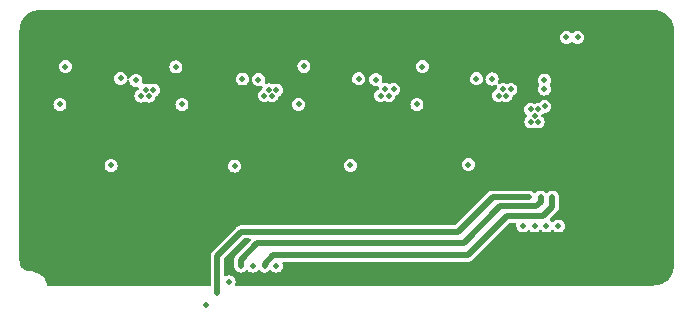
<source format=gbr>
G04 #@! TF.GenerationSoftware,KiCad,Pcbnew,(5.99.0-12889-g70df3822b5)*
G04 #@! TF.CreationDate,2021-11-17T17:44:22+08:00*
G04 #@! TF.ProjectId,PowerSupply,506f7765-7253-4757-9070-6c792e6b6963,rev?*
G04 #@! TF.SameCoordinates,PX5e56640PY77750e0*
G04 #@! TF.FileFunction,Copper,L2,Inr*
G04 #@! TF.FilePolarity,Positive*
%FSLAX46Y46*%
G04 Gerber Fmt 4.6, Leading zero omitted, Abs format (unit mm)*
G04 Created by KiCad (PCBNEW (5.99.0-12889-g70df3822b5)) date 2021-11-17 17:44:22*
%MOMM*%
%LPD*%
G01*
G04 APERTURE LIST*
G04 #@! TA.AperFunction,ViaPad*
%ADD10C,0.500000*%
G04 #@! TD*
G04 #@! TA.AperFunction,Conductor*
%ADD11C,0.500000*%
G04 #@! TD*
G04 APERTURE END LIST*
D10*
G04 #@! TO.N,GND*
X48330000Y24310001D03*
X49430000Y24310000D03*
X48879999Y24310001D03*
X38849999Y24320000D03*
X39400000Y24320000D03*
X29680000Y24300000D03*
X29130000Y24300000D03*
X28580001Y24300000D03*
X11690000Y29590000D03*
X10690000Y29590000D03*
X65390000Y29490000D03*
X64390000Y29490000D03*
X18070000Y24320000D03*
X18619999Y24320000D03*
X19170000Y24320000D03*
X57429999Y14305001D03*
X57970000Y15005000D03*
X56870000Y15005001D03*
X56880000Y14305001D03*
X57980000Y14305000D03*
X57419999Y15005001D03*
X57970000Y13605000D03*
X57419999Y13605001D03*
X56880000Y12905001D03*
X57980000Y12905000D03*
X56870000Y13605001D03*
X57429999Y12905001D03*
X58680000Y12905001D03*
X59219999Y13605001D03*
X59770000Y13605000D03*
X59780000Y12905000D03*
X58670000Y13605001D03*
X59229999Y12905001D03*
X59219999Y15005001D03*
X59780000Y14305000D03*
X59229999Y14305001D03*
X58670000Y15005001D03*
X59770000Y15005000D03*
X58680000Y14305001D03*
X57075000Y26693334D03*
X57750000Y26693334D03*
X56400000Y26703334D03*
X57065000Y25916668D03*
X56390001Y25926668D03*
X57740000Y25916668D03*
X56390000Y25150000D03*
X57065000Y25140000D03*
X57740000Y25140000D03*
X13160000Y33320000D03*
X14160000Y33320000D03*
X15160000Y33320000D03*
X16160000Y33320000D03*
X17160000Y33320000D03*
X18160000Y33320000D03*
X19160000Y33320000D03*
X20160000Y33320000D03*
X21160000Y33320000D03*
X22160000Y33320000D03*
X23160000Y33320000D03*
X24160000Y33320000D03*
X25160000Y33320000D03*
X26160000Y33320000D03*
X27160000Y33320000D03*
X28160000Y33320000D03*
X29160000Y33320000D03*
X30160000Y33320000D03*
X31160000Y33320000D03*
X32160000Y33320000D03*
X33160000Y33320000D03*
X34160000Y33320000D03*
X35160000Y33320000D03*
X36160000Y33320000D03*
X37160000Y33320000D03*
X38160000Y33320000D03*
X39160000Y33320000D03*
X40160000Y33320000D03*
X41160000Y33320000D03*
X42160000Y33320000D03*
X43160000Y33320000D03*
X44160000Y33320000D03*
X45160000Y33320000D03*
X46160000Y33320000D03*
X47160000Y33320000D03*
X48160000Y33320000D03*
X49160000Y33320000D03*
X50160000Y33320000D03*
X51160000Y33320000D03*
X52160000Y33320000D03*
X53160000Y33320000D03*
X54160000Y33320000D03*
X55160000Y33320000D03*
X56160000Y33320000D03*
X57160000Y33320000D03*
X58160000Y33320000D03*
X59160000Y33320000D03*
X60160000Y33320000D03*
X61160000Y33320000D03*
X12290000Y32130000D03*
X13160000Y32320000D03*
X14160000Y32320000D03*
X15160000Y32320000D03*
X16160000Y32320000D03*
X17160000Y32320000D03*
X18160000Y32320000D03*
X19160000Y32320000D03*
X20160000Y32320000D03*
X21160000Y32320000D03*
X22160000Y32320000D03*
X23160000Y32320000D03*
X24160000Y32320000D03*
X25160000Y32320000D03*
X26160000Y32320000D03*
X27160000Y32320000D03*
X28160000Y32320000D03*
X29160000Y32320000D03*
X30160000Y32320000D03*
X31160000Y32320000D03*
X32160000Y32320000D03*
X33160000Y32320000D03*
X34160000Y32320000D03*
X35160000Y32320000D03*
X36160000Y32320000D03*
X37160000Y32320000D03*
X38160000Y32320000D03*
X39160000Y32320000D03*
X40160000Y32320000D03*
X41160000Y32320000D03*
X42160000Y32320000D03*
X43160000Y32320000D03*
X44160000Y32320000D03*
X45160000Y32320000D03*
X46160000Y32320000D03*
X47160000Y32320000D03*
X48160000Y32320000D03*
X49160000Y32320000D03*
X50160000Y32320000D03*
X51160000Y32320000D03*
X52160000Y32320000D03*
X53160000Y32320000D03*
X54160000Y32320000D03*
X55160000Y32320000D03*
X56160000Y32320000D03*
X57160000Y32320000D03*
X58160000Y32320000D03*
X59160000Y32320000D03*
X60160000Y32320000D03*
X61160000Y32320000D03*
X62160000Y32320000D03*
X62160000Y33320000D03*
X63160000Y32320000D03*
X63160000Y33320000D03*
X63860000Y32050000D03*
X64160000Y33320000D03*
X11300000Y33020000D03*
X10670000Y31600000D03*
X11780000Y31470000D03*
X10690000Y30590000D03*
X11690000Y30590000D03*
X10690000Y28590000D03*
X11690000Y28590000D03*
X10690000Y27590000D03*
X11690000Y27590000D03*
X10690000Y26590000D03*
X11690000Y26590000D03*
X10690000Y25590000D03*
X11690000Y25590000D03*
X10690000Y24590000D03*
X11690000Y24590000D03*
X10690000Y23590000D03*
X11690000Y23590000D03*
X10690000Y22590000D03*
X11690000Y22590000D03*
X10690000Y21590000D03*
X11690000Y21590000D03*
X10690000Y20590000D03*
X11690000Y20590000D03*
X10690000Y19590000D03*
X11690000Y19590000D03*
X10690000Y18590000D03*
X11690000Y18590000D03*
X10690000Y17590000D03*
X11690000Y17590000D03*
X10690000Y16590000D03*
X11690000Y16590000D03*
X10690000Y15590000D03*
X11690000Y15590000D03*
X10690000Y14590000D03*
X11690000Y14590000D03*
X10690000Y13590000D03*
X11690000Y13590000D03*
X10690000Y12590000D03*
X11690000Y12590000D03*
X11690000Y11590000D03*
X41690000Y11590000D03*
X42690000Y11590000D03*
X43690000Y11590000D03*
X44690000Y11590000D03*
X45690000Y11590000D03*
X46690000Y11590000D03*
X47690000Y11590000D03*
X48690000Y11590000D03*
X49690000Y11590000D03*
X50690000Y11590000D03*
X51690000Y11590000D03*
X52690000Y11590000D03*
X53690000Y11590000D03*
X54690000Y11590000D03*
X55690000Y11590000D03*
X56690000Y11590000D03*
X57690000Y11590000D03*
X58690000Y11590000D03*
X59690000Y11590000D03*
X60690000Y11590000D03*
X61690000Y11590000D03*
X62690000Y11590000D03*
X63600000Y11860000D03*
X33690000Y10590000D03*
X34690000Y10590000D03*
X35690000Y10590000D03*
X36690000Y10590000D03*
X37690000Y10590000D03*
X38690000Y10590000D03*
X39690000Y10590000D03*
X40690000Y10590000D03*
X41690000Y10590000D03*
X42690000Y10590000D03*
X43690000Y10590000D03*
X44690000Y10590000D03*
X45690000Y10590000D03*
X46690000Y10590000D03*
X47690000Y10590000D03*
X48690000Y10590000D03*
X49690000Y10590000D03*
X50690000Y10590000D03*
X51690000Y10590000D03*
X52690000Y10590000D03*
X53690000Y10590000D03*
X54690000Y10590000D03*
X55690000Y10590000D03*
X56690000Y10590000D03*
X57690000Y10590000D03*
X58690000Y10590000D03*
X59690000Y10590000D03*
X60690000Y10590000D03*
X61690000Y10590000D03*
X62690000Y10590000D03*
X63690000Y10590000D03*
X64870000Y32980000D03*
X64290000Y31450000D03*
X65380000Y31520000D03*
X64390000Y30490000D03*
X65380000Y30500000D03*
X64390000Y28490000D03*
X65390000Y28490000D03*
X64390000Y27490000D03*
X65390000Y27490000D03*
X64390000Y26490000D03*
X65390000Y26490000D03*
X64390000Y25490000D03*
X65390000Y25490000D03*
X64390000Y24490000D03*
X65390000Y24490000D03*
X64390000Y23490000D03*
X65390000Y23490000D03*
X64390000Y22490000D03*
X65390000Y22490000D03*
X64390000Y21490000D03*
X65390000Y21490000D03*
X64390000Y20490000D03*
X65390000Y20490000D03*
X64390000Y19490000D03*
X65390000Y19490000D03*
X64390000Y18490000D03*
X65390000Y18490000D03*
X64390000Y17490000D03*
X65390000Y17490000D03*
X64390000Y16490000D03*
X65390000Y16490000D03*
X64390000Y15490000D03*
X65390000Y15490000D03*
X64390000Y14490000D03*
X65390000Y14490000D03*
X64390000Y13490000D03*
X65390000Y13490000D03*
X64210000Y12480000D03*
X65390000Y12550000D03*
X65320000Y11760000D03*
X64440000Y10700000D03*
X21660000Y32820000D03*
X36660000Y32820000D03*
X52660000Y32820000D03*
X53660000Y32820000D03*
X54660000Y32820000D03*
X59660000Y32820000D03*
X43660000Y32820000D03*
X44660000Y32820000D03*
X48660000Y32820000D03*
X19660000Y32820000D03*
X51660000Y32820000D03*
X28660000Y32820000D03*
X56660000Y32820000D03*
X22660000Y32820000D03*
X37660000Y32820000D03*
X27660000Y32820000D03*
X55660000Y32820000D03*
X39660000Y32820000D03*
X46660000Y32820000D03*
X50660000Y32820000D03*
X31660000Y32820000D03*
X20660000Y32820000D03*
X23660000Y32820000D03*
X34660000Y32820000D03*
X32660000Y32820000D03*
X29660000Y32820000D03*
X57660000Y32820000D03*
X61660000Y32820000D03*
X45660000Y32820000D03*
X49660000Y32820000D03*
X41660000Y32820000D03*
X18660000Y32820000D03*
X60660000Y32820000D03*
X30660000Y32820000D03*
X42660000Y32820000D03*
X24660000Y32820000D03*
X58660000Y32820000D03*
X40660000Y32820000D03*
X33660000Y32820000D03*
X25660000Y32820000D03*
X35660000Y32820000D03*
X26660000Y32820000D03*
X38660000Y32820000D03*
X47660000Y32820000D03*
X62660000Y32820000D03*
X63660000Y32820000D03*
X64370000Y32530000D03*
X12590000Y32770000D03*
X13660000Y32820000D03*
X14660000Y32820000D03*
X15660000Y32820000D03*
X16660000Y32820000D03*
X17660000Y32820000D03*
X64770000Y31920000D03*
X64890000Y31060000D03*
X64900000Y29990000D03*
X64890000Y17980000D03*
X64890000Y13980000D03*
X64100000Y11360000D03*
X64890000Y27980000D03*
X64890000Y21980000D03*
X64890000Y25980000D03*
X64890000Y20980000D03*
X64890000Y15980000D03*
X64820000Y12910000D03*
X64890000Y14980000D03*
X64890000Y24980000D03*
X64890000Y23980000D03*
X64890000Y19980000D03*
X64890000Y16980000D03*
X64890000Y22980000D03*
X64890000Y18980000D03*
X64890000Y26980000D03*
X64890000Y28980000D03*
X10850000Y32400000D03*
X11190000Y27110000D03*
X11190000Y20110000D03*
X11190000Y29110000D03*
X11190000Y19110000D03*
X11190000Y31110000D03*
X11190000Y28110000D03*
X11190000Y26110000D03*
X11190000Y24110000D03*
X11190000Y23110000D03*
X11190000Y22110000D03*
X11190000Y21110000D03*
X11190000Y25110000D03*
X11190000Y15110000D03*
X11190000Y13110000D03*
X11190000Y14110000D03*
X11190000Y17110000D03*
X11190000Y18110000D03*
X11190000Y16110000D03*
X11190000Y30110000D03*
X11190000Y12090000D03*
X47210000Y11080000D03*
X54210000Y11080000D03*
X41210000Y11080000D03*
X43210000Y11080000D03*
X62210000Y11080000D03*
X55210000Y11080000D03*
X48210000Y11080000D03*
X61210000Y11080000D03*
X49210000Y11080000D03*
X51210000Y11080000D03*
X58210000Y11080000D03*
X57210000Y11080000D03*
X56210000Y11080000D03*
X50210000Y11080000D03*
X42210000Y11080000D03*
X44210000Y11080000D03*
X45210000Y11080000D03*
X46210000Y11080000D03*
X60210000Y11080000D03*
X53210000Y11080000D03*
X59210000Y11080000D03*
X63210000Y11080000D03*
X52210000Y11080000D03*
X11800000Y32570000D03*
X11360000Y31990000D03*
X65310000Y32360000D03*
X64650000Y11940000D03*
X64980000Y11120000D03*
X57019999Y18505001D03*
X57570000Y18505000D03*
X56470000Y18505001D03*
X57029999Y17805001D03*
X56480000Y17805001D03*
X57580000Y17805000D03*
X23920000Y22730000D03*
X23920000Y22130000D03*
X23920000Y21530000D03*
X24520000Y22730000D03*
X25130000Y22730000D03*
X35410000Y22640000D03*
X34200000Y22640000D03*
X34200000Y21440000D03*
X34800000Y22640000D03*
X34200000Y22040000D03*
X44190000Y22070000D03*
X45400000Y22670000D03*
X44190000Y21470000D03*
X44190000Y22670000D03*
X44790000Y22670000D03*
X57019999Y19895001D03*
X56480000Y19195001D03*
X56470000Y19895001D03*
X57570000Y19895000D03*
X57580000Y19195000D03*
X57029999Y19195001D03*
X55279999Y19895001D03*
X54740000Y19195001D03*
X55840000Y19195000D03*
X55830000Y19895000D03*
X54730000Y19895001D03*
X55289999Y19195001D03*
X53590000Y19195001D03*
X54139999Y19195001D03*
X53580000Y19895001D03*
X54129999Y19895001D03*
X56390001Y27480000D03*
X57740000Y27470000D03*
X38300000Y24320000D03*
X12160000Y33320000D03*
X57060000Y29060000D03*
X57065000Y27470000D03*
G04 #@! TO.N,+3V3*
X48980000Y27800000D03*
X48310000Y20530000D03*
G04 #@! TO.N,+5V*
X50860000Y26380000D03*
X51500000Y26380000D03*
X31040000Y26370000D03*
X31690000Y26370000D03*
X40880000Y26380000D03*
X41570000Y26380000D03*
X54200000Y25220000D03*
X54770000Y25460000D03*
X53910000Y24690000D03*
X53600000Y24150000D03*
X54200000Y24150000D03*
X20580000Y26340000D03*
X21260000Y26340000D03*
X20970000Y26860000D03*
X21640000Y26860000D03*
X31410000Y26860000D03*
X32060000Y26860000D03*
X24050000Y25630000D03*
X41280000Y26910000D03*
X41970000Y26910000D03*
X33930000Y25640000D03*
X51260000Y26900000D03*
X51900000Y26900000D03*
X43950000Y25640000D03*
X13720000Y25640000D03*
X53580000Y25220000D03*
G04 #@! TO.N,+1V2*
X18870000Y27840000D03*
X18060000Y20470000D03*
G04 #@! TO.N,+1V5*
X29180000Y27790000D03*
X28510000Y20410000D03*
G04 #@! TO.N,+2V5*
X39030000Y27800000D03*
X38310000Y20470000D03*
G04 #@! TO.N,Net-(1V2-Pad1)*
X14180002Y28840000D03*
X20160000Y27660000D03*
G04 #@! TO.N,Net-(1V5-Pad1)*
X23540000Y28810000D03*
X30530000Y27720000D03*
G04 #@! TO.N,Net-(2V5-Pad1)*
X40470000Y27730000D03*
X34380000Y28870000D03*
G04 #@! TO.N,Net-(3V3-Pad1)*
X50320000Y27780000D03*
X44410000Y28830000D03*
G04 #@! TO.N,Net-(C3-Pad1)*
X56600000Y31300000D03*
X54750000Y27700000D03*
G04 #@! TO.N,Net-(R34-Pad2)*
X57560000Y31300000D03*
X54740000Y26940000D03*
G04 #@! TO.N,REG_EN2*
X52925000Y15350000D03*
X26050000Y8690000D03*
G04 #@! TO.N,REG_EN1*
X53420000Y17785000D03*
X27050000Y9630000D03*
G04 #@! TO.N,REG_CHG*
X53920000Y15345000D03*
X28043332Y10610000D03*
G04 #@! TO.N,REG_POWER*
X54420000Y17785000D03*
X29044998Y11945000D03*
G04 #@! TO.N,BAT_ISET*
X54920000Y15345000D03*
X30046664Y11945000D03*
G04 #@! TO.N,BAT_PG*
X55420000Y17785000D03*
X31048330Y11945000D03*
G04 #@! TO.N,BAT_CHG*
X32060000Y11945000D03*
X55920000Y15345000D03*
G04 #@! TD*
D11*
G04 #@! TO.N,REG_EN1*
X50365000Y17785000D02*
X47420000Y14840000D01*
X27050000Y12825000D02*
X27050000Y9630000D01*
X47420000Y14840000D02*
X29065000Y14840000D01*
X29065000Y14840000D02*
X27050000Y12825000D01*
X53420000Y17785000D02*
X50365000Y17785000D01*
G04 #@! TO.N,REG_POWER*
X47910000Y13890000D02*
X30440000Y13890000D01*
X54025000Y17000000D02*
X51020000Y17000000D01*
X30440000Y13890000D02*
X29044998Y12494998D01*
X54420000Y17785000D02*
X54420000Y17395000D01*
X51020000Y17000000D02*
X47910000Y13890000D01*
X29044998Y12494998D02*
X29044998Y11945000D01*
X54420000Y17395000D02*
X54025000Y17000000D01*
G04 #@! TO.N,BAT_PG*
X31048330Y11945000D02*
X31048330Y12148330D01*
X55420000Y16945000D02*
X55420000Y17785000D01*
X51580000Y16150000D02*
X54625000Y16150000D01*
X48300000Y12870000D02*
X51580000Y16150000D01*
X31770000Y12870000D02*
X48300000Y12870000D01*
X31048330Y12148330D02*
X31770000Y12870000D01*
X54625000Y16150000D02*
X55420000Y16945000D01*
G04 #@! TD*
G04 #@! TA.AperFunction,Conductor*
G04 #@! TO.N,GND*
G36*
X63984608Y33638710D02*
G01*
X63989145Y33637910D01*
X64000000Y33635996D01*
X64010857Y33637910D01*
X64021876Y33637910D01*
X64021876Y33637541D01*
X64034201Y33638177D01*
X64233032Y33623957D01*
X64250827Y33621399D01*
X64470320Y33573652D01*
X64487559Y33568590D01*
X64608744Y33523390D01*
X64698024Y33490090D01*
X64714376Y33482622D01*
X64911519Y33374974D01*
X64926643Y33365254D01*
X65106461Y33230644D01*
X65120047Y33218871D01*
X65278871Y33060047D01*
X65290644Y33046461D01*
X65425254Y32866643D01*
X65434974Y32851519D01*
X65542622Y32654376D01*
X65550090Y32638024D01*
X65604711Y32491582D01*
X65628588Y32427565D01*
X65633653Y32410315D01*
X65681399Y32190827D01*
X65683957Y32173032D01*
X65698177Y31974201D01*
X65697542Y31961879D01*
X65697910Y31961879D01*
X65697910Y31950859D01*
X65695996Y31940000D01*
X65698710Y31924612D01*
X65700624Y31902735D01*
X65700368Y23752353D01*
X65700001Y12037276D01*
X65698087Y12015402D01*
X65697286Y12010859D01*
X65697286Y12010854D01*
X65695372Y12000000D01*
X65697286Y11989143D01*
X65697286Y11978124D01*
X65696917Y11978124D01*
X65697553Y11965799D01*
X65683333Y11766968D01*
X65680775Y11749173D01*
X65635258Y11539930D01*
X65633029Y11529685D01*
X65627966Y11512441D01*
X65603462Y11446744D01*
X65549466Y11301976D01*
X65541998Y11285624D01*
X65434350Y11088481D01*
X65424630Y11073357D01*
X65290020Y10893539D01*
X65278247Y10879953D01*
X65119423Y10721129D01*
X65105837Y10709356D01*
X64926019Y10574746D01*
X64910895Y10565026D01*
X64713752Y10457378D01*
X64697400Y10449910D01*
X64627574Y10423866D01*
X64486935Y10371410D01*
X64469696Y10366348D01*
X64313522Y10332375D01*
X64250203Y10318601D01*
X64232408Y10316043D01*
X64033577Y10301823D01*
X64021252Y10302459D01*
X64021252Y10302090D01*
X64010233Y10302090D01*
X63999376Y10304004D01*
X63983985Y10301290D01*
X63962112Y10299377D01*
X47254515Y10299711D01*
X32752267Y10300000D01*
X32740754Y10300563D01*
X32729782Y10303740D01*
X32694817Y10300712D01*
X32692034Y10300471D01*
X32681163Y10300001D01*
X32672101Y10300001D01*
X32665537Y10298779D01*
X32653355Y10297121D01*
X32630030Y10295101D01*
X32630029Y10295101D01*
X32618440Y10294097D01*
X32607989Y10288988D01*
X32604732Y10288085D01*
X32601576Y10286867D01*
X32590136Y10284737D01*
X32560295Y10266343D01*
X32549528Y10260411D01*
X32533955Y10252799D01*
X32478624Y10240000D01*
X28674502Y10240000D01*
X28606381Y10260002D01*
X28559888Y10313658D01*
X28549784Y10383932D01*
X28558093Y10414217D01*
X28576500Y10458657D01*
X28579662Y10466291D01*
X28598582Y10610000D01*
X28579662Y10753709D01*
X28524193Y10887625D01*
X28435953Y11002621D01*
X28320957Y11090861D01*
X28187041Y11146330D01*
X28043332Y11165250D01*
X27899623Y11146330D01*
X27774717Y11094593D01*
X27704128Y11087004D01*
X27640641Y11118783D01*
X27604414Y11179842D01*
X27600500Y11211002D01*
X27600500Y12544785D01*
X27620502Y12612906D01*
X27637405Y12633880D01*
X29256119Y14252595D01*
X29318431Y14286620D01*
X29345214Y14289500D01*
X29756785Y14289500D01*
X29824906Y14269498D01*
X29871399Y14215842D01*
X29881503Y14145568D01*
X29852009Y14080988D01*
X29845880Y14074405D01*
X28666356Y12894880D01*
X28662547Y12891227D01*
X28616842Y12849199D01*
X28593899Y12812196D01*
X28587198Y12802446D01*
X28560886Y12767781D01*
X28555352Y12753803D01*
X28545291Y12733799D01*
X28537363Y12721012D01*
X28534966Y12712761D01*
X28534965Y12712759D01*
X28525223Y12679226D01*
X28521378Y12667996D01*
X28505362Y12627545D01*
X28504464Y12619004D01*
X28504464Y12619003D01*
X28503790Y12612590D01*
X28499478Y12590615D01*
X28495283Y12576173D01*
X28494498Y12565483D01*
X28494498Y12530781D01*
X28493808Y12517611D01*
X28489597Y12477544D01*
X28491029Y12469079D01*
X28491029Y12469070D01*
X28492733Y12458998D01*
X28494498Y12437985D01*
X28494498Y11989338D01*
X28493420Y11972891D01*
X28489748Y11945000D01*
X28494349Y11910055D01*
X28494498Y11908557D01*
X28494498Y11907215D01*
X28494989Y11903634D01*
X28494990Y11903620D01*
X28500228Y11865389D01*
X28500316Y11864733D01*
X28508668Y11801291D01*
X28509176Y11800064D01*
X28509792Y11795568D01*
X28538523Y11729174D01*
X28539268Y11727414D01*
X28541703Y11721535D01*
X28564137Y11667375D01*
X28566726Y11664000D01*
X28569693Y11657145D01*
X28611921Y11604998D01*
X28612408Y11604396D01*
X28614449Y11601807D01*
X28647352Y11558928D01*
X28652377Y11552379D01*
X28656870Y11548931D01*
X28657638Y11548079D01*
X28659205Y11546608D01*
X28664612Y11539930D01*
X28716043Y11503380D01*
X28716744Y11502882D01*
X28720440Y11500152D01*
X28767373Y11464139D01*
X28774609Y11461141D01*
X28778798Y11458452D01*
X28780553Y11457535D01*
X28787556Y11452558D01*
X28795639Y11449648D01*
X28795641Y11449647D01*
X28844208Y11432162D01*
X28849745Y11430020D01*
X28863960Y11424132D01*
X28901289Y11408670D01*
X28909480Y11407591D01*
X28916016Y11405840D01*
X28919211Y11404838D01*
X28921387Y11404376D01*
X28929466Y11401467D01*
X28959344Y11399273D01*
X28985863Y11397325D01*
X28993080Y11396585D01*
X29027011Y11392118D01*
X29044998Y11389750D01*
X29053186Y11390828D01*
X29061446Y11390828D01*
X29061446Y11390529D01*
X29064417Y11390614D01*
X29071326Y11391049D01*
X29079889Y11390420D01*
X29091451Y11392751D01*
X29131743Y11400875D01*
X29140199Y11402283D01*
X29180522Y11407592D01*
X29180524Y11407593D01*
X29188707Y11408670D01*
X29196333Y11411829D01*
X29201020Y11413085D01*
X29218080Y11418285D01*
X29227741Y11420233D01*
X29271643Y11442602D01*
X29280628Y11446744D01*
X29314989Y11460977D01*
X29322623Y11464139D01*
X29330655Y11470302D01*
X29350152Y11482604D01*
X29362130Y11488707D01*
X29368453Y11494521D01*
X29368457Y11494524D01*
X29395757Y11519627D01*
X29404337Y11526839D01*
X29431063Y11547347D01*
X29431069Y11547353D01*
X29437619Y11552379D01*
X29445872Y11563134D01*
X29503206Y11604998D01*
X29574077Y11609220D01*
X29635980Y11574456D01*
X29645788Y11563137D01*
X29654043Y11552379D01*
X29769039Y11464139D01*
X29902955Y11408670D01*
X30046664Y11389750D01*
X30190373Y11408670D01*
X30324289Y11464139D01*
X30439285Y11552379D01*
X30447537Y11563133D01*
X30504876Y11604998D01*
X30575747Y11609218D01*
X30637649Y11574452D01*
X30647461Y11563128D01*
X30650684Y11558928D01*
X30655709Y11552379D01*
X30660202Y11548931D01*
X30660970Y11548079D01*
X30662537Y11546608D01*
X30667944Y11539930D01*
X30719375Y11503380D01*
X30720076Y11502882D01*
X30723772Y11500152D01*
X30770705Y11464139D01*
X30777941Y11461141D01*
X30782130Y11458452D01*
X30783885Y11457535D01*
X30790888Y11452558D01*
X30798971Y11449648D01*
X30798973Y11449647D01*
X30847540Y11432162D01*
X30853077Y11430020D01*
X30867292Y11424132D01*
X30904621Y11408670D01*
X30912812Y11407591D01*
X30919348Y11405840D01*
X30922543Y11404838D01*
X30924719Y11404376D01*
X30932798Y11401467D01*
X30962676Y11399273D01*
X30989195Y11397325D01*
X30996412Y11396585D01*
X31030343Y11392118D01*
X31048330Y11389750D01*
X31056518Y11390828D01*
X31064778Y11390828D01*
X31064778Y11390529D01*
X31067749Y11390614D01*
X31074658Y11391049D01*
X31083221Y11390420D01*
X31094783Y11392751D01*
X31135075Y11400875D01*
X31143531Y11402283D01*
X31183854Y11407592D01*
X31183856Y11407593D01*
X31192039Y11408670D01*
X31199665Y11411829D01*
X31204352Y11413085D01*
X31221412Y11418285D01*
X31231073Y11420233D01*
X31274975Y11442602D01*
X31283960Y11446744D01*
X31318321Y11460977D01*
X31325955Y11464139D01*
X31333987Y11470302D01*
X31353484Y11482604D01*
X31365462Y11488707D01*
X31371785Y11494521D01*
X31371789Y11494524D01*
X31399089Y11519627D01*
X31407669Y11526839D01*
X31434395Y11547347D01*
X31434401Y11547353D01*
X31440951Y11552379D01*
X31449285Y11563239D01*
X31463945Y11579267D01*
X31469725Y11584582D01*
X31533404Y11615971D01*
X31603946Y11607949D01*
X31654977Y11568542D01*
X31667379Y11552379D01*
X31782375Y11464139D01*
X31916291Y11408670D01*
X32060000Y11389750D01*
X32203709Y11408670D01*
X32337625Y11464139D01*
X32452621Y11552379D01*
X32540861Y11667375D01*
X32596330Y11801291D01*
X32615250Y11945000D01*
X32596330Y12088709D01*
X32572897Y12145282D01*
X32565308Y12215872D01*
X32597088Y12279359D01*
X32658146Y12315586D01*
X32689306Y12319500D01*
X48285007Y12319500D01*
X48290284Y12319389D01*
X48352294Y12316790D01*
X48363848Y12319500D01*
X48394662Y12326727D01*
X48406333Y12328890D01*
X48421229Y12330931D01*
X48449432Y12334794D01*
X48463230Y12340765D01*
X48484499Y12347799D01*
X48490775Y12349271D01*
X48499136Y12351232D01*
X48506661Y12355369D01*
X48506664Y12355370D01*
X48537268Y12372195D01*
X48547913Y12377411D01*
X48587855Y12394695D01*
X48599541Y12404158D01*
X48618126Y12416646D01*
X48625518Y12420710D01*
X48631308Y12423893D01*
X48639422Y12430897D01*
X48663958Y12455433D01*
X48673759Y12464258D01*
X48698392Y12484206D01*
X48698393Y12484207D01*
X48705070Y12489614D01*
X48710043Y12496612D01*
X48710048Y12496617D01*
X48715968Y12504948D01*
X48729579Y12521054D01*
X51771120Y15562595D01*
X51833432Y15596621D01*
X51860215Y15599500D01*
X52258922Y15599500D01*
X52327043Y15579498D01*
X52373536Y15525842D01*
X52383844Y15457053D01*
X52375097Y15390611D01*
X52369750Y15350000D01*
X52388670Y15206291D01*
X52444139Y15072375D01*
X52532379Y14957379D01*
X52647375Y14869139D01*
X52781291Y14813670D01*
X52925000Y14794750D01*
X53068709Y14813670D01*
X53202625Y14869139D01*
X53317621Y14957379D01*
X53322647Y14963929D01*
X53328488Y14969770D01*
X53330069Y14968189D01*
X53377963Y15003156D01*
X53448834Y15007375D01*
X53510735Y14972608D01*
X53520545Y14961285D01*
X53527379Y14952379D01*
X53642375Y14864139D01*
X53776291Y14808670D01*
X53920000Y14789750D01*
X54063709Y14808670D01*
X54197625Y14864139D01*
X54312621Y14952379D01*
X54320038Y14962045D01*
X54322725Y14964007D01*
X54323488Y14964770D01*
X54323607Y14964651D01*
X54377376Y15003912D01*
X54448247Y15008134D01*
X54510149Y14973370D01*
X54519962Y14962045D01*
X54527379Y14952379D01*
X54642375Y14864139D01*
X54776291Y14808670D01*
X54920000Y14789750D01*
X55063709Y14808670D01*
X55197625Y14864139D01*
X55312621Y14952379D01*
X55320038Y14962045D01*
X55322725Y14964007D01*
X55323488Y14964770D01*
X55323607Y14964651D01*
X55377376Y15003912D01*
X55448247Y15008134D01*
X55510149Y14973370D01*
X55519962Y14962045D01*
X55527379Y14952379D01*
X55642375Y14864139D01*
X55776291Y14808670D01*
X55920000Y14789750D01*
X56063709Y14808670D01*
X56197625Y14864139D01*
X56312621Y14952379D01*
X56400861Y15067375D01*
X56456330Y15201291D01*
X56475250Y15345000D01*
X56456330Y15488709D01*
X56400861Y15622625D01*
X56312621Y15737621D01*
X56197625Y15825861D01*
X56063709Y15881330D01*
X55920000Y15900250D01*
X55776291Y15881330D01*
X55642375Y15825861D01*
X55527379Y15737621D01*
X55522353Y15731071D01*
X55519962Y15727955D01*
X55517275Y15725993D01*
X55516512Y15725230D01*
X55516393Y15725349D01*
X55462624Y15686088D01*
X55391753Y15681866D01*
X55329851Y15716630D01*
X55320038Y15727955D01*
X55317647Y15731071D01*
X55312621Y15737621D01*
X55244704Y15789735D01*
X55202840Y15847070D01*
X55198618Y15917941D01*
X55232315Y15978790D01*
X55798654Y16545130D01*
X55802464Y16548783D01*
X55841833Y16584985D01*
X55848156Y16590799D01*
X55871099Y16627802D01*
X55877800Y16637552D01*
X55904112Y16672217D01*
X55909646Y16686196D01*
X55919707Y16706199D01*
X55927635Y16718986D01*
X55939775Y16760772D01*
X55943621Y16772005D01*
X55956473Y16804465D01*
X55959636Y16812453D01*
X55961208Y16827408D01*
X55965520Y16849383D01*
X55969715Y16863825D01*
X55970500Y16874515D01*
X55970500Y16909217D01*
X55971190Y16922387D01*
X55974503Y16953912D01*
X55975401Y16962454D01*
X55973969Y16970919D01*
X55973969Y16970928D01*
X55972265Y16981000D01*
X55970500Y17002013D01*
X55970500Y17740662D01*
X55971578Y17757109D01*
X55974172Y17776812D01*
X55975250Y17785000D01*
X55970649Y17819945D01*
X55970500Y17821443D01*
X55970500Y17822785D01*
X55970009Y17826366D01*
X55970008Y17826380D01*
X55964770Y17864611D01*
X55964682Y17865267D01*
X55956986Y17923725D01*
X55956330Y17928709D01*
X55955822Y17929936D01*
X55955206Y17934432D01*
X55926475Y18000826D01*
X55925730Y18002586D01*
X55904019Y18055001D01*
X55900861Y18062625D01*
X55898272Y18066000D01*
X55895305Y18072855D01*
X55852578Y18125619D01*
X55850549Y18128193D01*
X55817646Y18171073D01*
X55817644Y18171075D01*
X55812621Y18177621D01*
X55808128Y18181069D01*
X55807360Y18181921D01*
X55805793Y18183392D01*
X55800386Y18190070D01*
X55748245Y18227124D01*
X55744558Y18229848D01*
X55697625Y18265861D01*
X55690389Y18268859D01*
X55686200Y18271548D01*
X55684445Y18272465D01*
X55677442Y18277442D01*
X55669359Y18280352D01*
X55669357Y18280353D01*
X55620790Y18297838D01*
X55615253Y18299980D01*
X55574660Y18316794D01*
X55563709Y18321330D01*
X55555518Y18322409D01*
X55548982Y18324160D01*
X55545787Y18325162D01*
X55543611Y18325624D01*
X55535532Y18328533D01*
X55505654Y18330727D01*
X55479135Y18332675D01*
X55471918Y18333415D01*
X55428188Y18339172D01*
X55420000Y18340250D01*
X55411812Y18339172D01*
X55403552Y18339172D01*
X55403552Y18339471D01*
X55400581Y18339386D01*
X55393672Y18338951D01*
X55385109Y18339580D01*
X55376688Y18337882D01*
X55333255Y18329125D01*
X55324799Y18327717D01*
X55284476Y18322408D01*
X55284474Y18322407D01*
X55276291Y18321330D01*
X55268665Y18318171D01*
X55263978Y18316915D01*
X55246918Y18311715D01*
X55237257Y18309767D01*
X55193355Y18287398D01*
X55184370Y18283256D01*
X55158292Y18272454D01*
X55142375Y18265861D01*
X55135820Y18260831D01*
X55134343Y18259698D01*
X55114846Y18247396D01*
X55102868Y18241293D01*
X55096545Y18235479D01*
X55096541Y18235476D01*
X55069241Y18210373D01*
X55060661Y18203161D01*
X55033935Y18182653D01*
X55033929Y18182647D01*
X55027379Y18177621D01*
X55022350Y18171067D01*
X55019957Y18167949D01*
X55017271Y18165988D01*
X55016515Y18165232D01*
X55016397Y18165350D01*
X54962617Y18126086D01*
X54891745Y18121869D01*
X54829845Y18156637D01*
X54820038Y18167956D01*
X54817649Y18171070D01*
X54817644Y18171075D01*
X54812621Y18177621D01*
X54808128Y18181069D01*
X54807360Y18181921D01*
X54805793Y18183392D01*
X54800386Y18190070D01*
X54748245Y18227124D01*
X54744558Y18229848D01*
X54697625Y18265861D01*
X54690389Y18268859D01*
X54686200Y18271548D01*
X54684445Y18272465D01*
X54677442Y18277442D01*
X54669359Y18280352D01*
X54669357Y18280353D01*
X54620790Y18297838D01*
X54615253Y18299980D01*
X54574660Y18316794D01*
X54563709Y18321330D01*
X54555518Y18322409D01*
X54548982Y18324160D01*
X54545787Y18325162D01*
X54543611Y18325624D01*
X54535532Y18328533D01*
X54505654Y18330727D01*
X54479135Y18332675D01*
X54471918Y18333415D01*
X54428188Y18339172D01*
X54420000Y18340250D01*
X54411812Y18339172D01*
X54403552Y18339172D01*
X54403552Y18339471D01*
X54400581Y18339386D01*
X54393672Y18338951D01*
X54385109Y18339580D01*
X54376688Y18337882D01*
X54333255Y18329125D01*
X54324799Y18327717D01*
X54284476Y18322408D01*
X54284474Y18322407D01*
X54276291Y18321330D01*
X54268665Y18318171D01*
X54263978Y18316915D01*
X54246918Y18311715D01*
X54237257Y18309767D01*
X54193355Y18287398D01*
X54184370Y18283256D01*
X54158292Y18272454D01*
X54142375Y18265861D01*
X54135820Y18260831D01*
X54134343Y18259698D01*
X54114846Y18247396D01*
X54102868Y18241293D01*
X54096545Y18235479D01*
X54096541Y18235476D01*
X54069241Y18210373D01*
X54060661Y18203161D01*
X54033935Y18182653D01*
X54033929Y18182647D01*
X54027379Y18177621D01*
X54022350Y18171067D01*
X54019957Y18167949D01*
X54017271Y18165988D01*
X54016515Y18165232D01*
X54016397Y18165350D01*
X53962617Y18126086D01*
X53891745Y18121869D01*
X53829845Y18156637D01*
X53820038Y18167956D01*
X53817651Y18171067D01*
X53817647Y18171071D01*
X53812621Y18177621D01*
X53801761Y18185955D01*
X53785731Y18200617D01*
X53774201Y18213156D01*
X53766895Y18217686D01*
X53738435Y18235332D01*
X53728125Y18242457D01*
X53704175Y18260835D01*
X53697625Y18265861D01*
X53683895Y18271548D01*
X53681707Y18272454D01*
X53663524Y18281778D01*
X53654460Y18287398D01*
X53646014Y18292635D01*
X53609046Y18303375D01*
X53595978Y18307964D01*
X53571339Y18318170D01*
X53571336Y18318171D01*
X53563709Y18321330D01*
X53555528Y18322407D01*
X53555525Y18322408D01*
X53543098Y18324044D01*
X53524404Y18327967D01*
X53501175Y18334715D01*
X53493692Y18335264D01*
X53492792Y18335331D01*
X53492781Y18335331D01*
X53490485Y18335500D01*
X53464338Y18335500D01*
X53447891Y18336578D01*
X53428188Y18339172D01*
X53420000Y18340250D01*
X53411812Y18339172D01*
X53392109Y18336578D01*
X53375662Y18335500D01*
X50379993Y18335500D01*
X50374717Y18335611D01*
X50370310Y18335796D01*
X50312706Y18338210D01*
X50304341Y18336248D01*
X50270338Y18328273D01*
X50258667Y18326110D01*
X50251747Y18325162D01*
X50215568Y18320206D01*
X50207684Y18316794D01*
X50207683Y18316794D01*
X50201770Y18314235D01*
X50180501Y18307201D01*
X50165864Y18303768D01*
X50158339Y18299631D01*
X50158336Y18299630D01*
X50127732Y18282805D01*
X50117087Y18277589D01*
X50077145Y18260305D01*
X50065459Y18250842D01*
X50046875Y18238355D01*
X50033692Y18231107D01*
X50025578Y18224103D01*
X50001042Y18199567D01*
X49991241Y18190742D01*
X49966953Y18171073D01*
X49959930Y18165386D01*
X49954957Y18158388D01*
X49954952Y18158383D01*
X49949032Y18150052D01*
X49935421Y18133946D01*
X48567952Y16766476D01*
X47228881Y15427405D01*
X47166569Y15393379D01*
X47139786Y15390500D01*
X29079993Y15390500D01*
X29074717Y15390611D01*
X29070310Y15390796D01*
X29012706Y15393210D01*
X29004341Y15391248D01*
X28970338Y15383273D01*
X28958667Y15381110D01*
X28943771Y15379069D01*
X28915568Y15375206D01*
X28907684Y15371794D01*
X28907683Y15371794D01*
X28901770Y15369235D01*
X28880501Y15362201D01*
X28874228Y15360730D01*
X28874226Y15360729D01*
X28865864Y15358768D01*
X28858336Y15354629D01*
X28858335Y15354629D01*
X28827735Y15337806D01*
X28817073Y15332583D01*
X28785027Y15318716D01*
X28785026Y15318715D01*
X28777145Y15315305D01*
X28770472Y15309901D01*
X28765459Y15305842D01*
X28746871Y15293351D01*
X28733692Y15286106D01*
X28725578Y15279102D01*
X28701043Y15254567D01*
X28691242Y15245742D01*
X28659930Y15220386D01*
X28654954Y15213384D01*
X28654952Y15213382D01*
X28649032Y15205051D01*
X28635421Y15188945D01*
X26671358Y13224882D01*
X26667549Y13221229D01*
X26621844Y13179201D01*
X26598901Y13142198D01*
X26592200Y13132448D01*
X26565888Y13097783D01*
X26560354Y13083805D01*
X26550293Y13063801D01*
X26542365Y13051014D01*
X26539968Y13042763D01*
X26539967Y13042761D01*
X26530225Y13009228D01*
X26526380Y12997998D01*
X26510364Y12957547D01*
X26509466Y12949006D01*
X26509466Y12949005D01*
X26508792Y12942592D01*
X26504480Y12920617D01*
X26500285Y12906175D01*
X26499500Y12895485D01*
X26499500Y12860783D01*
X26498810Y12847613D01*
X26494599Y12807546D01*
X26496031Y12799081D01*
X26496031Y12799072D01*
X26497735Y12789000D01*
X26499500Y12767987D01*
X26499500Y10366000D01*
X26479498Y10297879D01*
X26425842Y10251386D01*
X26373500Y10240000D01*
X24954388Y10240000D01*
X24913476Y10246827D01*
X24866036Y10263113D01*
X24857909Y10265903D01*
X24852775Y10266760D01*
X24852770Y10266761D01*
X24658715Y10299143D01*
X24658712Y10299143D01*
X24653578Y10300000D01*
X24446422Y10300000D01*
X24441288Y10299143D01*
X24441285Y10299143D01*
X24247230Y10266761D01*
X24247225Y10266760D01*
X24242091Y10265903D01*
X24233964Y10263113D01*
X24186524Y10246827D01*
X24145612Y10240000D01*
X12784424Y10240000D01*
X12716303Y10260002D01*
X12669810Y10313658D01*
X12661307Y10339206D01*
X12642890Y10423866D01*
X12625081Y10471615D01*
X12569445Y10620779D01*
X12567874Y10624991D01*
X12464999Y10813394D01*
X12336358Y10985237D01*
X12184571Y11137024D01*
X12012728Y11265665D01*
X11824325Y11368540D01*
X11765663Y11390420D01*
X11627408Y11441987D01*
X11627402Y11441989D01*
X11623200Y11443556D01*
X11618814Y11444510D01*
X11618811Y11444511D01*
X11467856Y11477349D01*
X11413447Y11489185D01*
X11206924Y11503956D01*
X11199334Y11505294D01*
X11188480Y11503380D01*
X11177972Y11503380D01*
X11165619Y11503987D01*
X11152348Y11505294D01*
X11035974Y11516756D01*
X11011754Y11521572D01*
X10866534Y11565624D01*
X10843720Y11575075D01*
X10709896Y11646606D01*
X10689359Y11660328D01*
X10572060Y11756593D01*
X10554595Y11774058D01*
X10458330Y11891357D01*
X10444607Y11911895D01*
X10373077Y12045718D01*
X10363625Y12068535D01*
X10359990Y12080520D01*
X10319574Y12213752D01*
X10314757Y12237975D01*
X10312458Y12261324D01*
X10301989Y12367617D01*
X10301382Y12379967D01*
X10301382Y12390476D01*
X10303296Y12401332D01*
X10300584Y12416714D01*
X10298669Y12438600D01*
X10298670Y12448567D01*
X10298960Y20470000D01*
X17504750Y20470000D01*
X17523670Y20326291D01*
X17579139Y20192375D01*
X17667379Y20077379D01*
X17782375Y19989139D01*
X17916291Y19933670D01*
X18060000Y19914750D01*
X18203709Y19933670D01*
X18337625Y19989139D01*
X18452621Y20077379D01*
X18540861Y20192375D01*
X18596330Y20326291D01*
X18607351Y20410000D01*
X27954750Y20410000D01*
X27973670Y20266291D01*
X28029139Y20132375D01*
X28117379Y20017379D01*
X28232375Y19929139D01*
X28366291Y19873670D01*
X28510000Y19854750D01*
X28653709Y19873670D01*
X28787625Y19929139D01*
X28902621Y20017379D01*
X28990861Y20132375D01*
X29046330Y20266291D01*
X29065250Y20410000D01*
X29057351Y20470000D01*
X37754750Y20470000D01*
X37773670Y20326291D01*
X37829139Y20192375D01*
X37917379Y20077379D01*
X38032375Y19989139D01*
X38166291Y19933670D01*
X38310000Y19914750D01*
X38453709Y19933670D01*
X38587625Y19989139D01*
X38702621Y20077379D01*
X38790861Y20192375D01*
X38846330Y20326291D01*
X38865250Y20470000D01*
X38857351Y20530000D01*
X47754750Y20530000D01*
X47773670Y20386291D01*
X47829139Y20252375D01*
X47917379Y20137379D01*
X48032375Y20049139D01*
X48166291Y19993670D01*
X48310000Y19974750D01*
X48453709Y19993670D01*
X48587625Y20049139D01*
X48702621Y20137379D01*
X48790861Y20252375D01*
X48846330Y20386291D01*
X48865250Y20530000D01*
X48846330Y20673709D01*
X48790861Y20807625D01*
X48702621Y20922621D01*
X48587625Y21010861D01*
X48453709Y21066330D01*
X48310000Y21085250D01*
X48166291Y21066330D01*
X48032375Y21010861D01*
X47917379Y20922621D01*
X47829139Y20807625D01*
X47773670Y20673709D01*
X47754750Y20530000D01*
X38857351Y20530000D01*
X38846330Y20613709D01*
X38790861Y20747625D01*
X38702621Y20862621D01*
X38587625Y20950861D01*
X38453709Y21006330D01*
X38310000Y21025250D01*
X38166291Y21006330D01*
X38032375Y20950861D01*
X37917379Y20862621D01*
X37829139Y20747625D01*
X37773670Y20613709D01*
X37754750Y20470000D01*
X29057351Y20470000D01*
X29046330Y20553709D01*
X28990861Y20687625D01*
X28902621Y20802621D01*
X28787625Y20890861D01*
X28653709Y20946330D01*
X28510000Y20965250D01*
X28366291Y20946330D01*
X28232375Y20890861D01*
X28117379Y20802621D01*
X28029139Y20687625D01*
X27973670Y20553709D01*
X27954750Y20410000D01*
X18607351Y20410000D01*
X18615250Y20470000D01*
X18596330Y20613709D01*
X18540861Y20747625D01*
X18452621Y20862621D01*
X18337625Y20950861D01*
X18203709Y21006330D01*
X18060000Y21025250D01*
X17916291Y21006330D01*
X17782375Y20950861D01*
X17667379Y20862621D01*
X17579139Y20747625D01*
X17523670Y20613709D01*
X17504750Y20470000D01*
X10298960Y20470000D01*
X10299076Y23669139D01*
X10299148Y25640000D01*
X13164750Y25640000D01*
X13183670Y25496291D01*
X13239139Y25362375D01*
X13327379Y25247379D01*
X13442375Y25159139D01*
X13576291Y25103670D01*
X13720000Y25084750D01*
X13863709Y25103670D01*
X13997625Y25159139D01*
X14112621Y25247379D01*
X14200861Y25362375D01*
X14256330Y25496291D01*
X14273933Y25630000D01*
X23494750Y25630000D01*
X23513670Y25486291D01*
X23569139Y25352375D01*
X23657379Y25237379D01*
X23772375Y25149139D01*
X23906291Y25093670D01*
X24050000Y25074750D01*
X24193709Y25093670D01*
X24327625Y25149139D01*
X24442621Y25237379D01*
X24530861Y25352375D01*
X24586330Y25486291D01*
X24605250Y25630000D01*
X24603933Y25640000D01*
X33374750Y25640000D01*
X33393670Y25496291D01*
X33449139Y25362375D01*
X33537379Y25247379D01*
X33652375Y25159139D01*
X33786291Y25103670D01*
X33930000Y25084750D01*
X34073709Y25103670D01*
X34207625Y25159139D01*
X34322621Y25247379D01*
X34410861Y25362375D01*
X34466330Y25496291D01*
X34485250Y25640000D01*
X43394750Y25640000D01*
X43413670Y25496291D01*
X43469139Y25362375D01*
X43557379Y25247379D01*
X43672375Y25159139D01*
X43806291Y25103670D01*
X43950000Y25084750D01*
X44093709Y25103670D01*
X44227625Y25159139D01*
X44306940Y25220000D01*
X53024750Y25220000D01*
X53043670Y25076291D01*
X53099139Y24942375D01*
X53187379Y24827379D01*
X53252661Y24777286D01*
X53294525Y24719952D01*
X53298747Y24649081D01*
X53263983Y24587178D01*
X53252658Y24577365D01*
X53207379Y24542621D01*
X53119139Y24427625D01*
X53063670Y24293709D01*
X53044750Y24150000D01*
X53063670Y24006291D01*
X53119139Y23872375D01*
X53207379Y23757379D01*
X53322375Y23669139D01*
X53456291Y23613670D01*
X53600000Y23594750D01*
X53743709Y23613670D01*
X53851783Y23658435D01*
X53922372Y23666024D01*
X53948215Y23658436D01*
X54056291Y23613670D01*
X54200000Y23594750D01*
X54343709Y23613670D01*
X54477625Y23669139D01*
X54592621Y23757379D01*
X54680861Y23872375D01*
X54736330Y24006291D01*
X54755250Y24150000D01*
X54736330Y24293709D01*
X54680861Y24427625D01*
X54592621Y24542621D01*
X54537340Y24585040D01*
X54495475Y24642375D01*
X54491253Y24713246D01*
X54526017Y24775149D01*
X54537329Y24784952D01*
X54592621Y24827379D01*
X54618533Y24861148D01*
X54675871Y24903015D01*
X54734941Y24909366D01*
X54770000Y24904750D01*
X54913709Y24923670D01*
X55047625Y24979139D01*
X55162621Y25067379D01*
X55250861Y25182375D01*
X55306330Y25316291D01*
X55325250Y25460000D01*
X55306330Y25603709D01*
X55250861Y25737625D01*
X55162621Y25852621D01*
X55047625Y25940861D01*
X54913709Y25996330D01*
X54770000Y26015250D01*
X54626291Y25996330D01*
X54492375Y25940861D01*
X54377379Y25852621D01*
X54372353Y25846071D01*
X54351467Y25818852D01*
X54294129Y25776985D01*
X54235059Y25770634D01*
X54200000Y25775250D01*
X54056291Y25756330D01*
X53938217Y25707423D01*
X53867628Y25699834D01*
X53841784Y25707422D01*
X53723709Y25756330D01*
X53580000Y25775250D01*
X53436291Y25756330D01*
X53302375Y25700861D01*
X53187379Y25612621D01*
X53099139Y25497625D01*
X53043670Y25363709D01*
X53024750Y25220000D01*
X44306940Y25220000D01*
X44342621Y25247379D01*
X44430861Y25362375D01*
X44486330Y25496291D01*
X44505250Y25640000D01*
X44486330Y25783709D01*
X44430861Y25917625D01*
X44342621Y26032621D01*
X44227625Y26120861D01*
X44093709Y26176330D01*
X43950000Y26195250D01*
X43806291Y26176330D01*
X43672375Y26120861D01*
X43557379Y26032621D01*
X43469139Y25917625D01*
X43413670Y25783709D01*
X43394750Y25640000D01*
X34485250Y25640000D01*
X34466330Y25783709D01*
X34410861Y25917625D01*
X34322621Y26032621D01*
X34207625Y26120861D01*
X34073709Y26176330D01*
X33930000Y26195250D01*
X33786291Y26176330D01*
X33652375Y26120861D01*
X33537379Y26032621D01*
X33449139Y25917625D01*
X33393670Y25783709D01*
X33374750Y25640000D01*
X24603933Y25640000D01*
X24586330Y25773709D01*
X24530861Y25907625D01*
X24442621Y26022621D01*
X24327625Y26110861D01*
X24193709Y26166330D01*
X24050000Y26185250D01*
X23906291Y26166330D01*
X23772375Y26110861D01*
X23657379Y26022621D01*
X23569139Y25907625D01*
X23513670Y25773709D01*
X23494750Y25630000D01*
X14273933Y25630000D01*
X14275250Y25640000D01*
X14256330Y25783709D01*
X14200861Y25917625D01*
X14112621Y26032621D01*
X13997625Y26120861D01*
X13863709Y26176330D01*
X13720000Y26195250D01*
X13576291Y26176330D01*
X13442375Y26120861D01*
X13327379Y26032621D01*
X13239139Y25917625D01*
X13183670Y25783709D01*
X13164750Y25640000D01*
X10299148Y25640000D01*
X10299228Y27840000D01*
X18314750Y27840000D01*
X18333670Y27696291D01*
X18389139Y27562375D01*
X18477379Y27447379D01*
X18592375Y27359139D01*
X18726291Y27303670D01*
X18870000Y27284750D01*
X19013709Y27303670D01*
X19147625Y27359139D01*
X19262621Y27447379D01*
X19350861Y27562375D01*
X19373317Y27616589D01*
X19417865Y27671870D01*
X19485228Y27694291D01*
X19554020Y27676733D01*
X19602398Y27624771D01*
X19614648Y27584818D01*
X19623670Y27516291D01*
X19679139Y27382375D01*
X19767379Y27267379D01*
X19882375Y27179139D01*
X20016291Y27123670D01*
X20160000Y27104750D01*
X20168188Y27105828D01*
X20289232Y27121764D01*
X20359381Y27110825D01*
X20412480Y27063697D01*
X20431670Y26995343D01*
X20430602Y26980404D01*
X20425277Y26939958D01*
X20396554Y26875031D01*
X20348573Y26839997D01*
X20333168Y26833616D01*
X20302375Y26820861D01*
X20187379Y26732621D01*
X20099139Y26617625D01*
X20043670Y26483709D01*
X20024750Y26340000D01*
X20043670Y26196291D01*
X20099139Y26062375D01*
X20187379Y25947379D01*
X20302375Y25859139D01*
X20436291Y25803670D01*
X20580000Y25784750D01*
X20723709Y25803670D01*
X20857625Y25859139D01*
X20859599Y25860654D01*
X20925999Y25876760D01*
X20980121Y25860868D01*
X20982375Y25859139D01*
X21116291Y25803670D01*
X21260000Y25784750D01*
X21403709Y25803670D01*
X21537625Y25859139D01*
X21652621Y25947379D01*
X21740861Y26062375D01*
X21763003Y26115832D01*
X21793170Y26188661D01*
X21793171Y26188664D01*
X21796330Y26196291D01*
X21800280Y26226291D01*
X21805300Y26264422D01*
X21834023Y26329349D01*
X21882003Y26364383D01*
X21909991Y26375976D01*
X21909997Y26375979D01*
X21917625Y26379139D01*
X22032621Y26467379D01*
X22120861Y26582375D01*
X22176330Y26716291D01*
X22195250Y26860000D01*
X22176330Y27003709D01*
X22120861Y27137625D01*
X22032621Y27252621D01*
X21917625Y27340861D01*
X21783709Y27396330D01*
X21640000Y27415250D01*
X21496291Y27396330D01*
X21362375Y27340861D01*
X21362135Y27341441D01*
X21299007Y27326126D01*
X21247755Y27341175D01*
X21247625Y27340861D01*
X21113709Y27396330D01*
X20970000Y27415250D01*
X20961812Y27414172D01*
X20851729Y27399679D01*
X20840768Y27398236D01*
X20770619Y27409175D01*
X20717520Y27456303D01*
X20698330Y27524657D01*
X20699399Y27539605D01*
X20700238Y27545972D01*
X20715250Y27660000D01*
X20698135Y27790000D01*
X28624750Y27790000D01*
X28643670Y27646291D01*
X28699139Y27512375D01*
X28787379Y27397379D01*
X28902375Y27309139D01*
X29036291Y27253670D01*
X29180000Y27234750D01*
X29323709Y27253670D01*
X29457625Y27309139D01*
X29572621Y27397379D01*
X29660861Y27512375D01*
X29716330Y27646291D01*
X29725470Y27715715D01*
X29738038Y27744125D01*
X29962340Y27744125D01*
X29975314Y27715715D01*
X29981571Y27668188D01*
X29993670Y27576291D01*
X30049139Y27442375D01*
X30137379Y27327379D01*
X30252375Y27239139D01*
X30386291Y27183670D01*
X30530000Y27164750D01*
X30673709Y27183670D01*
X30681343Y27186832D01*
X30724028Y27204512D01*
X30794618Y27212101D01*
X30858104Y27180321D01*
X30894331Y27119263D01*
X30891797Y27048311D01*
X30888654Y27039887D01*
X30876833Y27011346D01*
X30873670Y27003709D01*
X30870601Y26980394D01*
X30868301Y26962927D01*
X30839579Y26898000D01*
X30791599Y26862966D01*
X30762375Y26850861D01*
X30755824Y26845834D01*
X30755822Y26845833D01*
X30666961Y26777647D01*
X30647379Y26762621D01*
X30559139Y26647625D01*
X30503670Y26513709D01*
X30484750Y26370000D01*
X30503670Y26226291D01*
X30559139Y26092375D01*
X30647379Y25977379D01*
X30762375Y25889139D01*
X30896291Y25833670D01*
X31040000Y25814750D01*
X31183709Y25833670D01*
X31316783Y25888790D01*
X31387372Y25896379D01*
X31413217Y25888790D01*
X31546291Y25833670D01*
X31690000Y25814750D01*
X31833709Y25833670D01*
X31967625Y25889139D01*
X32082621Y25977379D01*
X32170861Y26092375D01*
X32226330Y26226291D01*
X32231699Y26267074D01*
X32260421Y26332000D01*
X32308401Y26367034D01*
X32337625Y26379139D01*
X32344938Y26384750D01*
X32446071Y26462353D01*
X32452621Y26467379D01*
X32540861Y26582375D01*
X32596330Y26716291D01*
X32615250Y26860000D01*
X32596330Y27003709D01*
X32540861Y27137625D01*
X32452621Y27252621D01*
X32337625Y27340861D01*
X32203709Y27396330D01*
X32060000Y27415250D01*
X31916291Y27396330D01*
X31783218Y27341210D01*
X31712628Y27333621D01*
X31686782Y27341210D01*
X31553709Y27396330D01*
X31410000Y27415250D01*
X31266291Y27396330D01*
X31258657Y27393168D01*
X31215972Y27375488D01*
X31145382Y27367899D01*
X31081896Y27399679D01*
X31045669Y27460737D01*
X31048203Y27531689D01*
X31051346Y27540113D01*
X31063167Y27568654D01*
X31063169Y27568660D01*
X31066330Y27576291D01*
X31085250Y27720000D01*
X31074718Y27800000D01*
X38474750Y27800000D01*
X38493670Y27656291D01*
X38549139Y27522375D01*
X38637379Y27407379D01*
X38752375Y27319139D01*
X38886291Y27263670D01*
X39030000Y27244750D01*
X39173709Y27263670D01*
X39307625Y27319139D01*
X39422621Y27407379D01*
X39510861Y27522375D01*
X39566330Y27656291D01*
X39576034Y27730000D01*
X39914750Y27730000D01*
X39933670Y27586291D01*
X39989139Y27452375D01*
X40077379Y27337379D01*
X40192375Y27249139D01*
X40326291Y27193670D01*
X40470000Y27174750D01*
X40601912Y27192117D01*
X40672060Y27181178D01*
X40725159Y27134050D01*
X40744349Y27065696D01*
X40743280Y27050748D01*
X40734461Y26983762D01*
X40705738Y26918835D01*
X40657757Y26883800D01*
X40602375Y26860861D01*
X40595824Y26855834D01*
X40595822Y26855833D01*
X40554364Y26824021D01*
X40487379Y26772621D01*
X40399139Y26657625D01*
X40343670Y26523709D01*
X40324750Y26380000D01*
X40343670Y26236291D01*
X40399139Y26102375D01*
X40487379Y25987379D01*
X40602375Y25899139D01*
X40736291Y25843670D01*
X40880000Y25824750D01*
X41023709Y25843670D01*
X41157625Y25899139D01*
X41162786Y25903100D01*
X41230992Y25919648D01*
X41287129Y25903165D01*
X41292375Y25899139D01*
X41426291Y25843670D01*
X41570000Y25824750D01*
X41713709Y25843670D01*
X41847625Y25899139D01*
X41962621Y25987379D01*
X42050861Y26102375D01*
X42059827Y26124021D01*
X42103170Y26228661D01*
X42103171Y26228664D01*
X42106330Y26236291D01*
X42115539Y26306238D01*
X42144262Y26371165D01*
X42192244Y26406200D01*
X42193768Y26406831D01*
X42215853Y26415979D01*
X42239994Y26425978D01*
X42239995Y26425979D01*
X42247625Y26429139D01*
X42282604Y26455979D01*
X42356071Y26512353D01*
X42362621Y26517379D01*
X42450861Y26632375D01*
X42506330Y26766291D01*
X42525250Y26910000D01*
X42506330Y27053709D01*
X42450861Y27187625D01*
X42362621Y27302621D01*
X42247625Y27390861D01*
X42113709Y27446330D01*
X41970000Y27465250D01*
X41826291Y27446330D01*
X41692375Y27390861D01*
X41687214Y27386900D01*
X41619008Y27370352D01*
X41562871Y27386835D01*
X41557625Y27390861D01*
X41423709Y27446330D01*
X41280000Y27465250D01*
X41148088Y27447883D01*
X41077940Y27458822D01*
X41024841Y27505950D01*
X41005651Y27574304D01*
X41006720Y27589251D01*
X41024172Y27721811D01*
X41024172Y27721812D01*
X41025250Y27730000D01*
X41016034Y27800000D01*
X48424750Y27800000D01*
X48443670Y27656291D01*
X48499139Y27522375D01*
X48587379Y27407379D01*
X48702375Y27319139D01*
X48836291Y27263670D01*
X48980000Y27244750D01*
X49123709Y27263670D01*
X49257625Y27319139D01*
X49372621Y27407379D01*
X49460861Y27522375D01*
X49516330Y27656291D01*
X49523761Y27712737D01*
X49552483Y27777663D01*
X49570221Y27789363D01*
X49727848Y27789363D01*
X49742918Y27779930D01*
X49773605Y27712737D01*
X49778986Y27671870D01*
X49783670Y27636291D01*
X49839139Y27502375D01*
X49927379Y27387379D01*
X50042375Y27299139D01*
X50176291Y27243670D01*
X50320000Y27224750D01*
X50463709Y27243670D01*
X50596454Y27298654D01*
X50667043Y27306243D01*
X50730530Y27274464D01*
X50766757Y27213405D01*
X50764223Y27142454D01*
X50761080Y27134028D01*
X50743399Y27091340D01*
X50723670Y27043709D01*
X50715854Y26984341D01*
X50687132Y26919414D01*
X50639150Y26884378D01*
X50637755Y26883800D01*
X50582375Y26860861D01*
X50467379Y26772621D01*
X50379139Y26657625D01*
X50323670Y26523709D01*
X50304750Y26380000D01*
X50323670Y26236291D01*
X50379139Y26102375D01*
X50467379Y25987379D01*
X50582375Y25899139D01*
X50716291Y25843670D01*
X50860000Y25824750D01*
X51003709Y25843670D01*
X51131783Y25896719D01*
X51202372Y25904308D01*
X51228216Y25896720D01*
X51356291Y25843670D01*
X51500000Y25824750D01*
X51643709Y25843670D01*
X51777625Y25899139D01*
X51892621Y25987379D01*
X51980861Y26102375D01*
X52036330Y26236291D01*
X52044146Y26295660D01*
X52072868Y26360586D01*
X52120850Y26395622D01*
X52146387Y26406200D01*
X52177625Y26419139D01*
X52292621Y26507379D01*
X52380861Y26622375D01*
X52436330Y26756291D01*
X52455250Y26900000D01*
X52449984Y26940000D01*
X54184750Y26940000D01*
X54203670Y26796291D01*
X54259139Y26662375D01*
X54347379Y26547379D01*
X54462375Y26459139D01*
X54596291Y26403670D01*
X54740000Y26384750D01*
X54883709Y26403670D01*
X55017625Y26459139D01*
X55132621Y26547379D01*
X55220861Y26662375D01*
X55276330Y26796291D01*
X55295250Y26940000D01*
X55276330Y27083709D01*
X55220861Y27217625D01*
X55206163Y27236780D01*
X55180562Y27302997D01*
X55194826Y27372546D01*
X55206163Y27390187D01*
X55225832Y27415821D01*
X55225832Y27415822D01*
X55230861Y27422375D01*
X55286330Y27556291D01*
X55305250Y27700000D01*
X55286330Y27843709D01*
X55230861Y27977625D01*
X55142621Y28092621D01*
X55027625Y28180861D01*
X54893709Y28236330D01*
X54750000Y28255250D01*
X54606291Y28236330D01*
X54472375Y28180861D01*
X54357379Y28092621D01*
X54269139Y27977625D01*
X54213670Y27843709D01*
X54194750Y27700000D01*
X54213670Y27556291D01*
X54269139Y27422375D01*
X54283837Y27403220D01*
X54309438Y27337003D01*
X54295174Y27267454D01*
X54283837Y27249813D01*
X54265433Y27225828D01*
X54259139Y27217625D01*
X54203670Y27083709D01*
X54184750Y26940000D01*
X52449984Y26940000D01*
X52436330Y27043709D01*
X52380861Y27177625D01*
X52292621Y27292621D01*
X52177625Y27380861D01*
X52043709Y27436330D01*
X51900000Y27455250D01*
X51756291Y27436330D01*
X51628217Y27383281D01*
X51557628Y27375692D01*
X51531784Y27383280D01*
X51403709Y27436330D01*
X51260000Y27455250D01*
X51116291Y27436330D01*
X50983546Y27381346D01*
X50912957Y27373757D01*
X50849470Y27405536D01*
X50813243Y27466595D01*
X50815777Y27537546D01*
X50818920Y27545972D01*
X50853168Y27628657D01*
X50853169Y27628660D01*
X50856330Y27636291D01*
X50875250Y27780000D01*
X50856330Y27923709D01*
X50800861Y28057625D01*
X50712621Y28172621D01*
X50597625Y28260861D01*
X50463709Y28316330D01*
X50320000Y28335250D01*
X50176291Y28316330D01*
X50042375Y28260861D01*
X49927379Y28172621D01*
X49839139Y28057625D01*
X49783670Y27923709D01*
X49776776Y27871340D01*
X49776239Y27867264D01*
X49747517Y27802337D01*
X49727848Y27789363D01*
X49570221Y27789363D01*
X49572152Y27790637D01*
X49557082Y27800070D01*
X49526395Y27867263D01*
X49518725Y27925520D01*
X49516330Y27943709D01*
X49460861Y28077625D01*
X49372621Y28192621D01*
X49257625Y28280861D01*
X49123709Y28336330D01*
X48980000Y28355250D01*
X48836291Y28336330D01*
X48702375Y28280861D01*
X48587379Y28192621D01*
X48499139Y28077625D01*
X48443670Y27943709D01*
X48424750Y27800000D01*
X41016034Y27800000D01*
X41006330Y27873709D01*
X40950861Y28007625D01*
X40862621Y28122621D01*
X40747625Y28210861D01*
X40613709Y28266330D01*
X40470000Y28285250D01*
X40326291Y28266330D01*
X40192375Y28210861D01*
X40077379Y28122621D01*
X39989139Y28007625D01*
X39933670Y27873709D01*
X39914750Y27730000D01*
X39576034Y27730000D01*
X39585250Y27800000D01*
X39566330Y27943709D01*
X39510861Y28077625D01*
X39422621Y28192621D01*
X39307625Y28280861D01*
X39173709Y28336330D01*
X39030000Y28355250D01*
X38886291Y28336330D01*
X38752375Y28280861D01*
X38637379Y28192621D01*
X38549139Y28077625D01*
X38493670Y27943709D01*
X38474750Y27800000D01*
X31074718Y27800000D01*
X31066330Y27863709D01*
X31010861Y27997625D01*
X30922621Y28112621D01*
X30807625Y28200861D01*
X30673709Y28256330D01*
X30530000Y28275250D01*
X30386291Y28256330D01*
X30252375Y28200861D01*
X30137379Y28112621D01*
X30049139Y27997625D01*
X29993670Y27863709D01*
X29992592Y27855520D01*
X29984530Y27794285D01*
X29962340Y27744125D01*
X29738038Y27744125D01*
X29747660Y27765875D01*
X29734686Y27794285D01*
X29718725Y27915520D01*
X29716330Y27933709D01*
X29660861Y28067625D01*
X29572621Y28182621D01*
X29457625Y28270861D01*
X29323709Y28326330D01*
X29180000Y28345250D01*
X29036291Y28326330D01*
X28902375Y28270861D01*
X28787379Y28182621D01*
X28699139Y28067625D01*
X28643670Y27933709D01*
X28624750Y27790000D01*
X20698135Y27790000D01*
X20696330Y27803709D01*
X20640861Y27937625D01*
X20552621Y28052621D01*
X20437625Y28140861D01*
X20303709Y28196330D01*
X20160000Y28215250D01*
X20016291Y28196330D01*
X19882375Y28140861D01*
X19767379Y28052621D01*
X19679139Y27937625D01*
X19675979Y27929995D01*
X19656683Y27883411D01*
X19612135Y27828130D01*
X19544772Y27805709D01*
X19475980Y27823267D01*
X19427602Y27875229D01*
X19415352Y27915182D01*
X19411534Y27944178D01*
X19406330Y27983709D01*
X19350861Y28117625D01*
X19262621Y28232621D01*
X19147625Y28320861D01*
X19013709Y28376330D01*
X18870000Y28395250D01*
X18726291Y28376330D01*
X18592375Y28320861D01*
X18477379Y28232621D01*
X18389139Y28117625D01*
X18333670Y27983709D01*
X18314750Y27840000D01*
X10299228Y27840000D01*
X10299264Y28840000D01*
X13624752Y28840000D01*
X13643672Y28696291D01*
X13699141Y28562375D01*
X13787381Y28447379D01*
X13902377Y28359139D01*
X14036293Y28303670D01*
X14180002Y28284750D01*
X14323711Y28303670D01*
X14457627Y28359139D01*
X14572623Y28447379D01*
X14660863Y28562375D01*
X14716332Y28696291D01*
X14731302Y28810000D01*
X22984750Y28810000D01*
X23003670Y28666291D01*
X23059139Y28532375D01*
X23147379Y28417379D01*
X23262375Y28329139D01*
X23396291Y28273670D01*
X23540000Y28254750D01*
X23683709Y28273670D01*
X23817625Y28329139D01*
X23932621Y28417379D01*
X24020861Y28532375D01*
X24076330Y28666291D01*
X24095250Y28810000D01*
X24087351Y28870000D01*
X33824750Y28870000D01*
X33843670Y28726291D01*
X33899139Y28592375D01*
X33987379Y28477379D01*
X34102375Y28389139D01*
X34236291Y28333670D01*
X34380000Y28314750D01*
X34523709Y28333670D01*
X34657625Y28389139D01*
X34772621Y28477379D01*
X34860861Y28592375D01*
X34916330Y28726291D01*
X34929984Y28830000D01*
X43854750Y28830000D01*
X43873670Y28686291D01*
X43929139Y28552375D01*
X44017379Y28437379D01*
X44132375Y28349139D01*
X44266291Y28293670D01*
X44410000Y28274750D01*
X44553709Y28293670D01*
X44687625Y28349139D01*
X44802621Y28437379D01*
X44890861Y28552375D01*
X44946330Y28686291D01*
X44965250Y28830000D01*
X44946330Y28973709D01*
X44890861Y29107625D01*
X44802621Y29222621D01*
X44687625Y29310861D01*
X44553709Y29366330D01*
X44410000Y29385250D01*
X44266291Y29366330D01*
X44132375Y29310861D01*
X44017379Y29222621D01*
X43929139Y29107625D01*
X43873670Y28973709D01*
X43854750Y28830000D01*
X34929984Y28830000D01*
X34935250Y28870000D01*
X34916330Y29013709D01*
X34860861Y29147625D01*
X34772621Y29262621D01*
X34657625Y29350861D01*
X34523709Y29406330D01*
X34380000Y29425250D01*
X34236291Y29406330D01*
X34102375Y29350861D01*
X33987379Y29262621D01*
X33899139Y29147625D01*
X33843670Y29013709D01*
X33824750Y28870000D01*
X24087351Y28870000D01*
X24076330Y28953709D01*
X24020861Y29087625D01*
X23932621Y29202621D01*
X23817625Y29290861D01*
X23683709Y29346330D01*
X23540000Y29365250D01*
X23396291Y29346330D01*
X23262375Y29290861D01*
X23147379Y29202621D01*
X23059139Y29087625D01*
X23003670Y28953709D01*
X22984750Y28810000D01*
X14731302Y28810000D01*
X14735252Y28840000D01*
X14716332Y28983709D01*
X14660863Y29117625D01*
X14572623Y29232621D01*
X14457627Y29320861D01*
X14323711Y29376330D01*
X14180002Y29395250D01*
X14036293Y29376330D01*
X13902377Y29320861D01*
X13787381Y29232621D01*
X13699141Y29117625D01*
X13643672Y28983709D01*
X13624752Y28840000D01*
X10299264Y28840000D01*
X10299353Y31300000D01*
X56044750Y31300000D01*
X56063670Y31156291D01*
X56119139Y31022375D01*
X56207379Y30907379D01*
X56322375Y30819139D01*
X56456291Y30763670D01*
X56600000Y30744750D01*
X56743709Y30763670D01*
X56877625Y30819139D01*
X56992621Y30907379D01*
X56993605Y30908661D01*
X57053217Y30941213D01*
X57124032Y30936148D01*
X57166000Y30909176D01*
X57167379Y30907379D01*
X57282375Y30819139D01*
X57416291Y30763670D01*
X57560000Y30744750D01*
X57703709Y30763670D01*
X57837625Y30819139D01*
X57952621Y30907379D01*
X58040861Y31022375D01*
X58096330Y31156291D01*
X58115250Y31300000D01*
X58096330Y31443709D01*
X58040861Y31577625D01*
X57952621Y31692621D01*
X57837625Y31780861D01*
X57703709Y31836330D01*
X57560000Y31855250D01*
X57416291Y31836330D01*
X57282375Y31780861D01*
X57167379Y31692621D01*
X57166395Y31691339D01*
X57106783Y31658787D01*
X57035968Y31663852D01*
X56994000Y31690824D01*
X56992621Y31692621D01*
X56877625Y31780861D01*
X56743709Y31836330D01*
X56600000Y31855250D01*
X56456291Y31836330D01*
X56322375Y31780861D01*
X56207379Y31692621D01*
X56119139Y31577625D01*
X56063670Y31443709D01*
X56044750Y31300000D01*
X10299353Y31300000D01*
X10299375Y31902726D01*
X10301289Y31924597D01*
X10302090Y31929140D01*
X10302090Y31929145D01*
X10304004Y31940000D01*
X10302090Y31950857D01*
X10302090Y31961876D01*
X10302459Y31961876D01*
X10301823Y31974201D01*
X10316043Y32173032D01*
X10318601Y32190827D01*
X10366347Y32410315D01*
X10371412Y32427565D01*
X10395290Y32491582D01*
X10449910Y32638024D01*
X10457378Y32654376D01*
X10565026Y32851519D01*
X10574746Y32866643D01*
X10709356Y33046461D01*
X10721129Y33060047D01*
X10879953Y33218871D01*
X10893539Y33230644D01*
X11073357Y33365254D01*
X11088481Y33374974D01*
X11285624Y33482622D01*
X11301976Y33490090D01*
X11391256Y33523390D01*
X11512441Y33568590D01*
X11529680Y33573652D01*
X11749173Y33621399D01*
X11766968Y33623957D01*
X11965799Y33638177D01*
X11978124Y33637541D01*
X11978124Y33637910D01*
X11989143Y33637910D01*
X12000000Y33635996D01*
X12015392Y33638710D01*
X12037271Y33640624D01*
X63962729Y33640624D01*
X63984608Y33638710D01*
G37*
G04 #@! TD.AperFunction*
G04 #@! TD*
M02*

</source>
